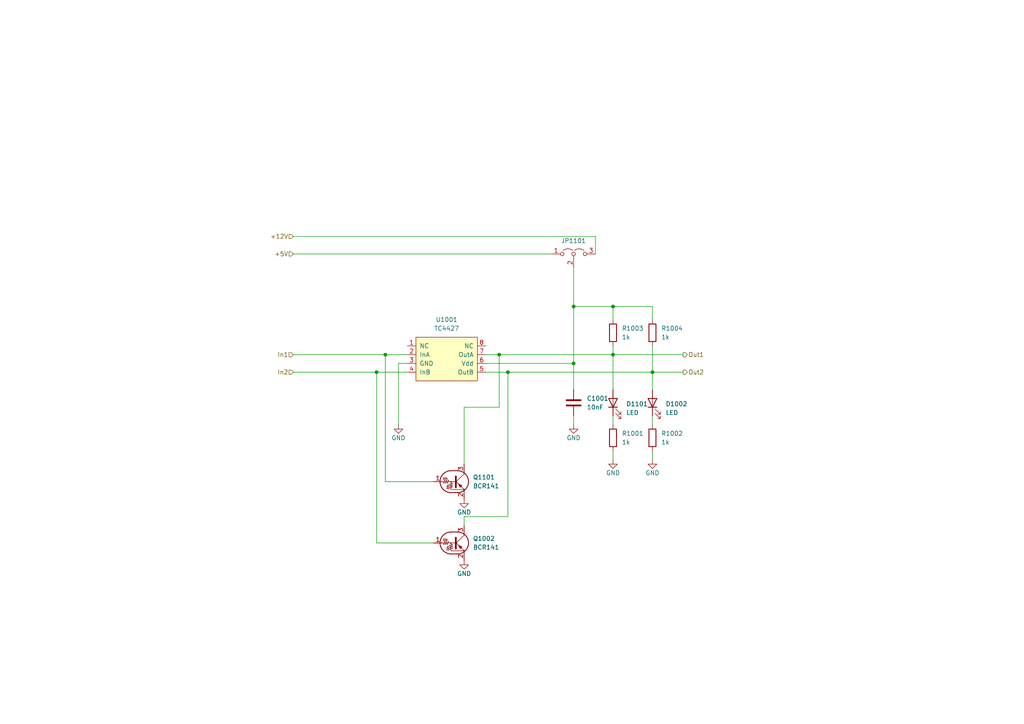
<source format=kicad_sch>
(kicad_sch (version 20230121) (generator eeschema)
  (paper "A4")
  (lib_symbols
    (symbol "Device:C" (pin_numbers hide) (pin_names (offset 0.254))
      (property "Reference" "C" (at 0.635 2.54 0))
      (property "Value" "C" (at 0.635 -2.54 0))
      (symbol "C_0_1"
        (polyline (pts (xy -2.032 -0.762) (xy 2.032 -0.762)) (stroke (width 0.508)))
        (polyline (pts (xy -2.032 0.762) (xy 2.032 0.762)) (stroke (width 0.508)))
      )
      (symbol "C_1_1"
        (pin passive line (at 0 3.81 270) (length 2.794) (name "~") (number "1"))
        (pin passive line (at 0 -3.81 90) (length 2.794) (name "~") (number "2"))
      )
    )
    (symbol "Device:LED" (pin_numbers hide) (pin_names (offset 1.016) hide)
      (property "Reference" "D" (at 0 2.54 0))
      (property "Value" "LED" (at 0 -2.54 0))
      (symbol "LED_0_1"
        (polyline (pts (xy -1.27 -1.27) (xy -1.27 1.27)) (stroke (width 0.254)))
        (polyline (pts (xy -1.27 0) (xy 1.27 0)))
        (polyline (pts (xy 1.27 -1.27) (xy 1.27 1.27) (xy -1.27 0) (xy 1.27 -1.27)) (stroke (width 0.254)))
        (polyline (pts (xy -3.048 -0.762) (xy -4.572 -2.286) (xy -3.81 -2.286) (xy -4.572 -2.286) (xy -4.572 -1.524)))
        (polyline (pts (xy -1.778 -0.762) (xy -3.302 -2.286) (xy -2.54 -2.286) (xy -3.302 -2.286) (xy -3.302 -1.524)))
      )
      (symbol "LED_1_1"
        (pin passive line (at -3.81 0 0) (length 2.54) (name "K") (number "1"))
        (pin passive line (at 3.81 0 180) (length 2.54) (name "A") (number "2"))
      )
    )
    (symbol "Device:R" (pin_numbers hide) (pin_names (offset 0))
      (property "Reference" "R" (at 2.032 0 90))
      (property "Value" "R" (at 0 0 90))
      (symbol "R_0_1"
        (rectangle (start -1.016 -2.54) (end 1.016 2.54) (stroke (width 0.254)))
      )
      (symbol "R_1_1"
        (pin passive line (at 0 3.81 270) (length 1.27) (name "~") (number "1"))
        (pin passive line (at 0 -3.81 90) (length 1.27) (name "~") (number "2"))
      )
    )
    (symbol "Jumper:Jumper_3_Open" (pin_names (offset 0) hide)
      (property "Reference" "JP" (at -2.54 -2.54 0))
      (property "Value" "Jumper_3_Open" (at 0 2.794 0))
      (symbol "Jumper_3_Open_0_0"
        (circle (center -3.302 0) (radius 0.508))
        (circle (center 0 0) (radius 0.508))
        (circle (center 3.302 0) (radius 0.508))
      )
      (symbol "Jumper_3_Open_0_1"
        (arc (start -0.254 1.016) (mid -1.651 1.4992) (end -3.048 1.016))
        (polyline (pts (xy 0 -0.508) (xy 0 -1.27)))
        (arc (start 3.048 1.016) (mid 1.651 1.4992) (end 0.254 1.016))
      )
      (symbol "Jumper_3_Open_1_1"
        (pin passive line (at -6.35 0 0) (length 2.54) (name "A") (number "1"))
        (pin passive line (at 0 -3.81 90) (length 2.54) (name "C") (number "2"))
        (pin passive line (at 6.35 0 180) (length 2.54) (name "B") (number "3"))
      )
    )
    (symbol "Transistor_BJT:DTA124E" (pin_names (offset 0) hide)
      (property "Reference" "Q" (at 5.08 1.905 0))
      (property "Value" "DTA124E" (at 5.08 0 0))
      (symbol "DTA124E_0_0"
        (text "22k" (at -2.921 0.889 0) (effects (font (size 0.508 0.508))))
        (text "22k" (at -2.159 -1.524 900) (effects (font (size 0.508 0.508))))
      )
      (symbol "DTA124E_0_1"
        (circle (center -1.27 0) (radius 0.127))
        (arc (start -1.27 3.175) (mid -4.4312 0) (end -1.27 -3.175) (stroke (width 0.254)))
        (polyline (pts (xy -3.429 0) (xy -3.81 0)))
        (polyline (pts (xy -1.27 -3.175) (xy 0.635 -3.175)) (stroke (width 0.254)))
        (polyline (pts (xy -1.27 3.175) (xy 0.635 3.175)) (stroke (width 0.254)))
        (polyline (pts (xy 0 -0.254) (xy 2.54 2.286)))
        (polyline (pts (xy 0.127 1.524) (xy 0.127 -1.651)) (stroke (width 0.508)) (fill (type outline)))
        (polyline (pts (xy 2.54 2.286) (xy 2.54 2.54)))
        (polyline (pts (xy 2.54 -2.286) (xy 0 0.254) (xy 0 0.254)))
        (polyline (pts (xy 1.397 -1.651) (xy 1.905 -1.143) (xy 0.889 -0.635) (xy 1.397 -1.651)) (fill (type outline)))
        (polyline (pts (xy 0 0) (xy -1.905 0) (xy -2.032 0.508) (xy -2.286 -0.508) (xy -2.54 0.508) (xy -2.794 -0.508) (xy -3.048 0.508) (xy -3.302 -0.508) (xy -3.429 0)))
        (polyline (pts (xy -1.27 0) (xy -1.27 -0.381) (xy -0.762 -0.508) (xy -1.778 -0.762) (xy -0.762 -1.016) (xy -1.778 -1.27) (xy -0.762 -1.524) (xy -1.778 -1.778) (xy -1.27 -1.905) (xy -1.27 -2.286) (xy 2.54 -2.286)))
        (arc (start 0.635 -3.175) (mid 3.7962 0) (end 0.635 3.175) (stroke (width 0.254)))
        (circle (center 2.54 -2.286) (radius 0.127))
      )
      (symbol "DTA124E_1_1"
        (pin input line (at -6.35 0 0) (length 2.54) (name "B") (number "1"))
        (pin passive line (at 2.54 -5.08 90) (length 2.54) (name "E") (number "2"))
        (pin passive line (at 2.54 5.08 270) (length 2.54) (name "C") (number "3"))
      )
    )
    (symbol "Zmei_elements:TC4427" (pin_names (offset 1.016))
      (property "Reference" "U" (at -7.62 3.81 0))
      (property "Value" "TC4427" (at -5.08 1.27 0))
      (symbol "TC4427_0_1"
        (rectangle (start -8.89 0) (end 8.89 -12.7) (fill (type background)))
      )
      (symbol "TC4427_1_1"
        (pin free line (at -11.43 -2.54 0) (length 2.54) (name "NC") (number "1"))
        (pin input line (at -11.43 -5.08 0) (length 2.54) (name "InA") (number "2"))
        (pin passive line (at -11.43 -7.62 0) (length 2.54) (name "GND") (number "3"))
        (pin input line (at -11.43 -10.16 0) (length 2.54) (name "InB") (number "4"))
        (pin output line (at 11.43 -10.16 180) (length 2.54) (name "OutB") (number "5"))
        (pin power_in line (at 11.43 -7.62 180) (length 2.54) (name "Vdd") (number "6"))
        (pin output line (at 11.43 -5.08 180) (length 2.54) (name "OutA") (number "7"))
        (pin free line (at 11.43 -2.54 180) (length 2.54) (name "NC") (number "8"))
      )
    )
    (symbol "power:GND" (power) (pin_numbers hide) (pin_names (offset 0) hide)
      (property "Value" "GND" (at 0 -3.81 0))
      (symbol "GND_0_1"
        (polyline (pts (xy 0 0) (xy 0 -1.27) (xy 1.27 -1.27) (xy 0 -2.54) (xy -1.27 -1.27) (xy 0 -1.27)))
      )
      (symbol "GND_1_1"
        (pin power_in line (at 0 0 270) (length 0) hide (name "GND") (number "1"))
      )
    )
  )
  (junction (at 111.76 102.87))
  (junction (at 109.22 107.95))
  (junction (at 166.37 105.41))
  (junction (at 147.32 107.95))
  (junction (at 177.8 88.9))
  (junction (at 166.37 88.9))
  (junction (at 177.8 102.87))
  (junction (at 189.23 107.95))
  (junction (at 144.78 102.87))
  (wire (pts (xy 166.37 105.41) (xy 166.37 113.03)))
  (wire (pts (xy 109.22 107.95) (xy 118.11 107.95)))
  (wire (pts (xy 147.32 149.86) (xy 147.32 107.95)))
  (wire (pts (xy 166.37 120.65) (xy 166.37 123.19)))
  (wire (pts (xy 125.73 139.7) (xy 111.76 139.7)))
  (wire (pts (xy 177.8 102.87) (xy 198.12 102.87)))
  (wire (pts (xy 144.78 118.11) (xy 144.78 102.87)))
  (wire (pts (xy 147.32 107.95) (xy 189.23 107.95)))
  (wire (pts (xy 140.97 107.95) (xy 147.32 107.95)))
  (wire (pts (xy 189.23 107.95) (xy 189.23 113.03)))
  (wire (pts (xy 109.22 157.48) (xy 109.22 107.95)))
  (wire (pts (xy 177.8 100.33) (xy 177.8 102.87)))
  (wire (pts (xy 177.8 88.9) (xy 177.8 92.71)))
  (wire (pts (xy 177.8 88.9) (xy 189.23 88.9)))
  (wire (pts (xy 85.09 107.95) (xy 109.22 107.95)))
  (wire (pts (xy 140.97 102.87) (xy 144.78 102.87)))
  (wire (pts (xy 166.37 105.41) (xy 140.97 105.41)))
  (wire (pts (xy 111.76 102.87) (xy 118.11 102.87)))
  (wire (pts (xy 134.62 149.86) (xy 147.32 149.86)))
  (wire (pts (xy 166.37 88.9) (xy 177.8 88.9)))
  (wire (pts (xy 134.62 118.11) (xy 144.78 118.11)))
  (wire (pts (xy 85.09 68.58) (xy 172.72 68.58)))
  (wire (pts (xy 144.78 102.87) (xy 177.8 102.87)))
  (wire (pts (xy 189.23 120.65) (xy 189.23 123.19)))
  (wire (pts (xy 189.23 130.81) (xy 189.23 133.35)))
  (wire (pts (xy 189.23 92.71) (xy 189.23 88.9)))
  (wire (pts (xy 166.37 88.9) (xy 166.37 105.41)))
  (wire (pts (xy 115.57 105.41) (xy 115.57 123.19)))
  (wire (pts (xy 177.8 120.65) (xy 177.8 123.19)))
  (wire (pts (xy 177.8 130.81) (xy 177.8 133.35)))
  (wire (pts (xy 172.72 73.66) (xy 172.72 68.58)))
  (wire (pts (xy 125.73 157.48) (xy 109.22 157.48)))
  (wire (pts (xy 118.11 105.41) (xy 115.57 105.41)))
  (wire (pts (xy 177.8 102.87) (xy 177.8 113.03)))
  (wire (pts (xy 134.62 152.4) (xy 134.62 149.86)))
  (wire (pts (xy 85.09 73.66) (xy 160.02 73.66)))
  (wire (pts (xy 134.62 134.62) (xy 134.62 118.11)))
  (wire (pts (xy 189.23 107.95) (xy 198.12 107.95)))
  (wire (pts (xy 85.09 102.87) (xy 111.76 102.87)))
  (wire (pts (xy 189.23 100.33) (xy 189.23 107.95)))
  (wire (pts (xy 166.37 77.47) (xy 166.37 88.9)))
  (wire (pts (xy 111.76 102.87) (xy 111.76 139.7)))
  (hierarchical_label "Out1" (shape output) (at 198.12 102.87 0))
  (hierarchical_label "Out2" (shape output) (at 198.12 107.95 0))
  (hierarchical_label "In2" (shape input) (at 85.09 107.95 180))
  (hierarchical_label "In1" (shape input) (at 85.09 102.87 180))
  (hierarchical_label "+5V" (shape input) (at 85.09 73.66 180))
  (hierarchical_label "+12V" (shape input) (at 85.09 68.58 180))
  (symbol (lib_id "Device:R") (at 177.8 127 180) (unit 1)
    (property "Reference" "R1001" (at 180.34 125.73 0) (effects (justify right)))
    (property "Value" "1k" (at 180.34 128.27 0) (effects (justify right)))
    (property "Footprint" "Resistor_SMD:R_0805_2012Metric" (effects hide))
    (instances (project "EspIO" (path "" (reference "R1001") (unit 1)) (path "" (reference "R1101") (unit 1)) (path "" (reference "R1301") (unit 1)) (path "" (reference "R1201") (unit 1))))
  )
  (symbol (lib_id "Device:C") (at 166.37 116.84 0) (unit 1)
    (property "Reference" "C1001" (at 170.18 115.57 0) (effects (justify left)))
    (property "Value" "10nF" (at 170.18 118.11 0) (effects (justify left)))
    (property "Footprint" "Capacitor_SMD:C_1206_3216Metric" (effects hide))
    (instances (project "EspIO" (path "" (reference "C1001") (unit 1)) (path "" (reference "C1101") (unit 1)) (path "" (reference "C1301") (unit 1)) (path "" (reference "C1201") (unit 1))))
  )
  (symbol (lib_id "Device:R") (at 177.8 96.52 180) (unit 1)
    (property "Reference" "R1003" (at 180.34 95.25 0) (effects (justify right)))
    (property "Value" "1k" (at 180.34 97.79 0) (effects (justify right)))
    (property "Footprint" "Resistor_SMD:R_0805_2012Metric" (effects hide))
    (instances (project "EspIO" (path "" (reference "R1003") (unit 1)) (path "" (reference "R1103") (unit 1)) (path "" (reference "R1203") (unit 1)) (path "" (reference "R1303") (unit 1))))
  )
  (symbol (lib_id "Transistor_BJT:DTA124E") (at 132.08 139.7 0) (unit 1)
    (property "Reference" "Q1101" (at 137.16 138.43 0) (effects (justify left)))
    (property "Value" "BCR141" (at 137.16 140.97 0) (effects (justify left)))
    (property "Footprint" "Package_TO_SOT_SMD:SOT-23" (effects hide))
    (instances (project "EspIO" (path "" (reference "Q1101") (unit 1)) (path "" (reference "Q1301") (unit 1)) (path "" (reference "Q1001") (unit 1)) (path "" (reference "Q1201") (unit 1))))
  )
  (symbol (lib_id "power:GND") (at 134.62 162.56 0) (mirror y) (unit 1)
    (property "Reference" "#PWR01003" (effects hide))
    (property "Value" "GND" (at 134.62 166.37 0))
    (instances (project "EspIO" (path "" (reference "#PWR01003") (unit 1)) (path "" (reference "#PWR01103") (unit 1)) (path "" (reference "#PWR01203") (unit 1)) (path "" (reference "#PWR01303") (unit 1))))
  )
  (symbol (lib_id "power:GND") (at 134.62 144.78 0) (mirror y) (unit 1)
    (property "Reference" "#PWR01002" (effects hide))
    (property "Value" "GND" (at 134.62 148.59 0))
    (instances (project "EspIO" (path "" (reference "#PWR01002") (unit 1)) (path "" (reference "#PWR01102") (unit 1)) (path "" (reference "#PWR01202") (unit 1)) (path "" (reference "#PWR01302") (unit 1))))
  )
  (symbol (lib_id "Device:R") (at 189.23 96.52 180) (unit 1)
    (property "Reference" "R1004" (at 191.77 95.25 0) (effects (justify right)))
    (property "Value" "1k" (at 191.77 97.79 0) (effects (justify right)))
    (property "Footprint" "Resistor_SMD:R_0805_2012Metric" (effects hide))
    (instances (project "EspIO" (path "" (reference "R1004") (unit 1)) (path "" (reference "R1104") (unit 1)) (path "" (reference "R1204") (unit 1)) (path "" (reference "R1304") (unit 1))))
  )
  (symbol (lib_id "Device:R") (at 189.23 127 180) (unit 1)
    (property "Reference" "R1002" (at 191.77 125.73 0) (effects (justify right)))
    (property "Value" "1k" (at 191.77 128.27 0) (effects (justify right)))
    (property "Footprint" "Resistor_SMD:R_0805_2012Metric" (effects hide))
    (instances (project "EspIO" (path "" (reference "R1002") (unit 1)) (path "" (reference "R1102") (unit 1)) (path "" (reference "R1302") (unit 1)) (path "" (reference "R1202") (unit 1))))
  )
  (symbol (lib_id "Device:LED") (at 189.23 116.84 90) (unit 1)
    (property "Reference" "D1002" (at 193.04 117.1575 90) (effects (justify right)))
    (property "Value" "LED" (at 193.04 119.6975 90) (effects (justify right)))
    (property "Footprint" "LED_THT:LED_D3.0mm" (effects hide))
    (instances (project "EspIO" (path "" (reference "D1002") (unit 1)) (path "" (reference "D1102") (unit 1)) (path "" (reference "D1302") (unit 1)) (path "" (reference "D1202") (unit 1))))
  )
  (symbol (lib_id "Jumper:Jumper_3_Open") (at 166.37 73.66 0) (unit 1)
    (property "Reference" "JP1101" (at 166.37 69.85 0))
    (property "Value" "Jumper_3_Open" (effects hide))
    (property "Footprint" "Connector_PinHeader_2.54mm:PinHeader_1x03_P2.54mm_Vertical" (effects hide))
    (instances (project "EspIO" (path "" (reference "JP1101") (unit 1)) (path "" (reference "JP1301") (unit 1)) (path "" (reference "JP1001") (unit 1)) (path "" (reference "JP1201") (unit 1))))
  )
  (symbol (lib_id "power:GND") (at 177.8 133.35 0) (mirror y) (unit 1)
    (property "Reference" "#PWR01005" (effects hide))
    (property "Value" "GND" (at 177.8 137.16 0))
    (instances (project "EspIO" (path "" (reference "#PWR01005") (unit 1)) (path "" (reference "#PWR01105") (unit 1)) (path "" (reference "#PWR01205") (unit 1)) (path "" (reference "#PWR01305") (unit 1))))
  )
  (symbol (lib_id "power:GND") (at 189.23 133.35 0) (mirror y) (unit 1)
    (property "Reference" "#PWR01006" (effects hide))
    (property "Value" "GND" (at 189.23 137.16 0))
    (instances (project "EspIO" (path "" (reference "#PWR01006") (unit 1)) (path "" (reference "#PWR01106") (unit 1)) (path "" (reference "#PWR01206") (unit 1)) (path "" (reference "#PWR01306") (unit 1))))
  )
  (symbol (lib_id "power:GND") (at 166.37 123.19 0) (mirror y) (unit 1)
    (property "Reference" "#PWR01004" (effects hide))
    (property "Value" "GND" (at 166.37 127 0))
    (instances (project "EspIO" (path "" (reference "#PWR01004") (unit 1)) (path "" (reference "#PWR01104") (unit 1)) (path "" (reference "#PWR01204") (unit 1)) (path "" (reference "#PWR01304") (unit 1))))
  )
  (symbol (lib_id "Transistor_BJT:DTA124E") (at 132.08 157.48 0) (unit 1)
    (property "Reference" "Q1002" (at 137.16 156.21 0) (effects (justify left)))
    (property "Value" "BCR141" (at 137.16 158.75 0) (effects (justify left)))
    (property "Footprint" "Package_TO_SOT_SMD:SOT-23" (effects hide))
    (instances (project "EspIO" (path "" (reference "Q1002") (unit 1)) (path "" (reference "Q1102") (unit 1)) (path "" (reference "Q1302") (unit 1)) (path "" (reference "Q1202") (unit 1))))
  )
  (symbol (lib_id "Zmei_elements:TC4427") (at 129.54 97.79 0) (unit 1)
    (property "Reference" "U1001" (at 129.54 92.71 0))
    (property "Value" "TC4427" (at 129.54 95.25 0))
    (property "Footprint" "Package_SO:SO-8_3.9x4.9mm_P1.27mm" (effects hide))
    (instances (project "EspIO" (path "" (reference "U1001") (unit 1)) (path "" (reference "U1101") (unit 1)) (path "" (reference "U1201") (unit 1)) (path "" (reference "U1301") (unit 1))))
  )
  (symbol (lib_id "Device:LED") (at 177.8 116.84 90) (unit 1)
    (property "Reference" "D1101" (at 181.61 117.1575 90) (effects (justify right)))
    (property "Value" "LED" (at 181.61 119.6975 90) (effects (justify right)))
    (property "Footprint" "LED_THT:LED_D3.0mm" (effects hide))
    (instances (project "EspIO" (path "" (reference "D1101") (unit 1)) (path "" (reference "D1301") (unit 1)) (path "" (reference "D1001") (unit 1)) (path "" (reference "D1201") (unit 1))))
  )
  (symbol (lib_id "power:GND") (at 115.57 123.19 0) (mirror y) (unit 1)
    (property "Reference" "#PWR01001" (effects hide))
    (property "Value" "GND" (at 115.57 127 0))
    (instances (project "EspIO" (path "" (reference "#PWR01001") (unit 1)) (path "" (reference "#PWR01101") (unit 1)) (path "" (reference "#PWR01201") (unit 1)) (path "" (reference "#PWR01301") (unit 1))))
  )
)
</source>
